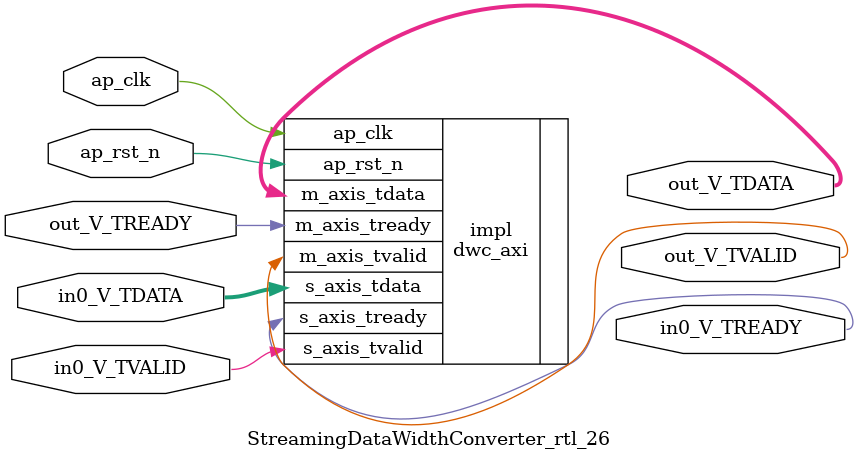
<source format=v>
/******************************************************************************
 * Copyright (C) 2023, Advanced Micro Devices, Inc.
 * All rights reserved.
 *
 * Redistribution and use in source and binary forms, with or without
 * modification, are permitted provided that the following conditions are met:
 *
 *  1. Redistributions of source code must retain the above copyright notice,
 *     this list of conditions and the following disclaimer.
 *
 *  2. Redistributions in binary form must reproduce the above copyright
 *     notice, this list of conditions and the following disclaimer in the
 *     documentation and/or other materials provided with the distribution.
 *
 *  3. Neither the name of the copyright holder nor the names of its
 *     contributors may be used to endorse or promote products derived from
 *     this software without specific prior written permission.
 *
 * THIS SOFTWARE IS PROVIDED BY THE COPYRIGHT HOLDERS AND CONTRIBUTORS "AS IS"
 * AND ANY EXPRESS OR IMPLIED WARRANTIES, INCLUDING, BUT NOT LIMITED TO,
 * THE IMPLIED WARRANTIES OF MERCHANTABILITY AND FITNESS FOR A PARTICULAR
 * PURPOSE ARE DISCLAIMED. IN NO EVENT SHALL THE COPYRIGHT HOLDER OR
 * CONTRIBUTORS BE LIABLE FOR ANY DIRECT, INDIRECT, INCIDENTAL, SPECIAL,
 * EXEMPLARY, OR CONSEQUENTIAL DAMAGES (INCLUDING, BUT NOT LIMITED TO,
 * PROCUREMENT OF SUBSTITUTE GOODS OR SERVICES; LOSS OF USE, DATA, OR PROFITS;
 * OR BUSINESS INTERRUPTION). HOWEVER CAUSED AND ON ANY THEORY OF LIABILITY,
 * WHETHER IN CONTRACT, STRICT LIABILITY, OR TORT (INCLUDING NEGLIGENCE OR
 * OTHERWISE) ARISING IN ANY WAY OUT OF THE USE OF THIS SOFTWARE, EVEN IF
 * ADVISED OF THE POSSIBILITY OF SUCH DAMAGE.
 *****************************************************************************/

module StreamingDataWidthConverter_rtl_26 #(
	parameter  IBITS = 4,
	parameter  OBITS = 36,

	parameter  AXI_IBITS = (IBITS+7)/8 * 8,
	parameter  AXI_OBITS = (OBITS+7)/8 * 8
)(
	//- Global Control ------------------
	(* X_INTERFACE_INFO = "xilinx.com:signal:clock:1.0 ap_clk CLK" *)
	(* X_INTERFACE_PARAMETER = "ASSOCIATED_BUSIF in0_V:out_V, ASSOCIATED_RESET ap_rst_n" *)
	input	ap_clk,
	(* X_INTERFACE_PARAMETER = "POLARITY ACTIVE_LOW" *)
	input	ap_rst_n,

	//- AXI Stream - Input --------------
	output	in0_V_TREADY,
	input	in0_V_TVALID,
	input	[AXI_IBITS-1:0]  in0_V_TDATA,

	//- AXI Stream - Output -------------
	input	out_V_TREADY,
	output	out_V_TVALID,
	output	[AXI_OBITS-1:0]  out_V_TDATA
);

	dwc_axi #(
		.IBITS(IBITS),
		.OBITS(OBITS)
	) impl (
		.ap_clk(ap_clk),
		.ap_rst_n(ap_rst_n),
		.s_axis_tready(in0_V_TREADY),
		.s_axis_tvalid(in0_V_TVALID),
		.s_axis_tdata(in0_V_TDATA),
		.m_axis_tready(out_V_TREADY),
		.m_axis_tvalid(out_V_TVALID),
		.m_axis_tdata(out_V_TDATA)
	);

endmodule

</source>
